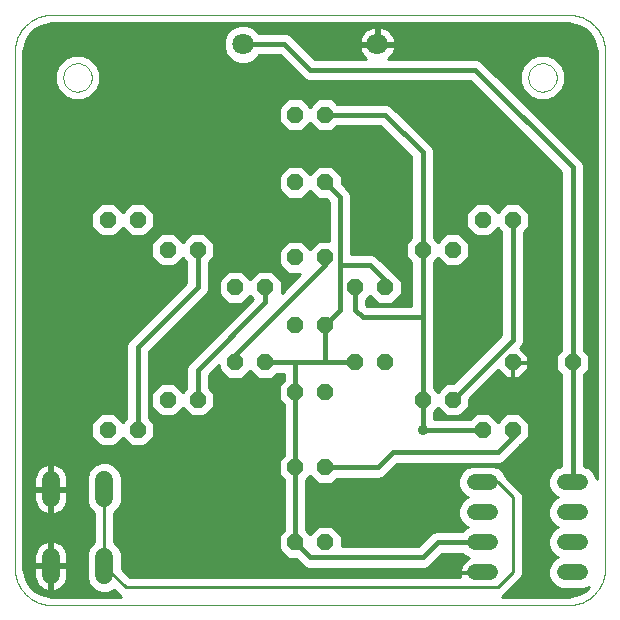
<source format=gbl>
G75*
G70*
%OFA0B0*%
%FSLAX24Y24*%
%IPPOS*%
%LPD*%
%AMOC8*
5,1,8,0,0,1.08239X$1,22.5*
%
%ADD10C,0.0000*%
%ADD11OC8,0.0520*%
%ADD12C,0.0520*%
%ADD13C,0.0600*%
%ADD14C,0.0709*%
%ADD15C,0.0160*%
%ADD16C,0.0357*%
%ADD17C,0.0100*%
D10*
X000559Y001809D02*
X000559Y018994D01*
X000561Y019062D01*
X000566Y019129D01*
X000575Y019196D01*
X000588Y019263D01*
X000605Y019328D01*
X000624Y019393D01*
X000648Y019457D01*
X000675Y019519D01*
X000705Y019580D01*
X000738Y019638D01*
X000774Y019695D01*
X000814Y019750D01*
X000856Y019803D01*
X000902Y019854D01*
X000949Y019901D01*
X001000Y019947D01*
X001053Y019989D01*
X001108Y020029D01*
X001165Y020065D01*
X001223Y020098D01*
X001284Y020128D01*
X001346Y020155D01*
X001410Y020179D01*
X001475Y020198D01*
X001540Y020215D01*
X001607Y020228D01*
X001674Y020237D01*
X001741Y020242D01*
X001809Y020244D01*
X018994Y020244D01*
X019062Y020242D01*
X019129Y020237D01*
X019196Y020228D01*
X019263Y020215D01*
X019328Y020198D01*
X019393Y020179D01*
X019457Y020155D01*
X019519Y020128D01*
X019580Y020098D01*
X019638Y020065D01*
X019695Y020029D01*
X019750Y019989D01*
X019803Y019947D01*
X019854Y019901D01*
X019901Y019854D01*
X019947Y019803D01*
X019989Y019750D01*
X020029Y019695D01*
X020065Y019638D01*
X020098Y019580D01*
X020128Y019519D01*
X020155Y019457D01*
X020179Y019393D01*
X020198Y019328D01*
X020215Y019263D01*
X020228Y019196D01*
X020237Y019129D01*
X020242Y019062D01*
X020244Y018994D01*
X020244Y001809D01*
X020242Y001741D01*
X020237Y001674D01*
X020228Y001607D01*
X020215Y001540D01*
X020198Y001475D01*
X020179Y001410D01*
X020155Y001346D01*
X020128Y001284D01*
X020098Y001223D01*
X020065Y001165D01*
X020029Y001108D01*
X019989Y001053D01*
X019947Y001000D01*
X019901Y000949D01*
X019854Y000902D01*
X019803Y000856D01*
X019750Y000814D01*
X019695Y000774D01*
X019638Y000738D01*
X019580Y000705D01*
X019519Y000675D01*
X019457Y000648D01*
X019393Y000624D01*
X019328Y000605D01*
X019263Y000588D01*
X019196Y000575D01*
X019129Y000566D01*
X019062Y000561D01*
X018994Y000559D01*
X001809Y000559D01*
X001741Y000561D01*
X001674Y000566D01*
X001607Y000575D01*
X001540Y000588D01*
X001475Y000605D01*
X001410Y000624D01*
X001346Y000648D01*
X001284Y000675D01*
X001223Y000705D01*
X001165Y000738D01*
X001108Y000774D01*
X001053Y000814D01*
X001000Y000856D01*
X000949Y000902D01*
X000902Y000949D01*
X000856Y001000D01*
X000814Y001053D01*
X000774Y001108D01*
X000738Y001165D01*
X000705Y001223D01*
X000675Y001284D01*
X000648Y001346D01*
X000624Y001410D01*
X000605Y001475D01*
X000588Y001540D01*
X000575Y001607D01*
X000566Y001674D01*
X000561Y001741D01*
X000559Y001809D01*
X002179Y018151D02*
X002181Y018194D01*
X002187Y018236D01*
X002197Y018278D01*
X002210Y018319D01*
X002227Y018359D01*
X002248Y018396D01*
X002272Y018432D01*
X002299Y018465D01*
X002329Y018496D01*
X002362Y018524D01*
X002397Y018549D01*
X002434Y018570D01*
X002473Y018588D01*
X002513Y018602D01*
X002555Y018613D01*
X002597Y018620D01*
X002640Y018623D01*
X002683Y018622D01*
X002726Y018617D01*
X002768Y018608D01*
X002809Y018596D01*
X002849Y018580D01*
X002887Y018560D01*
X002923Y018537D01*
X002957Y018510D01*
X002989Y018481D01*
X003017Y018449D01*
X003043Y018414D01*
X003065Y018378D01*
X003084Y018339D01*
X003099Y018299D01*
X003111Y018258D01*
X003119Y018215D01*
X003123Y018172D01*
X003123Y018130D01*
X003119Y018087D01*
X003111Y018044D01*
X003099Y018003D01*
X003084Y017963D01*
X003065Y017924D01*
X003043Y017888D01*
X003017Y017853D01*
X002989Y017821D01*
X002957Y017792D01*
X002923Y017765D01*
X002887Y017742D01*
X002849Y017722D01*
X002809Y017706D01*
X002768Y017694D01*
X002726Y017685D01*
X002683Y017680D01*
X002640Y017679D01*
X002597Y017682D01*
X002555Y017689D01*
X002513Y017700D01*
X002473Y017714D01*
X002434Y017732D01*
X002397Y017753D01*
X002362Y017778D01*
X002329Y017806D01*
X002299Y017837D01*
X002272Y017870D01*
X002248Y017906D01*
X002227Y017943D01*
X002210Y017983D01*
X002197Y018024D01*
X002187Y018066D01*
X002181Y018108D01*
X002179Y018151D01*
X017679Y018151D02*
X017681Y018194D01*
X017687Y018236D01*
X017697Y018278D01*
X017710Y018319D01*
X017727Y018359D01*
X017748Y018396D01*
X017772Y018432D01*
X017799Y018465D01*
X017829Y018496D01*
X017862Y018524D01*
X017897Y018549D01*
X017934Y018570D01*
X017973Y018588D01*
X018013Y018602D01*
X018055Y018613D01*
X018097Y018620D01*
X018140Y018623D01*
X018183Y018622D01*
X018226Y018617D01*
X018268Y018608D01*
X018309Y018596D01*
X018349Y018580D01*
X018387Y018560D01*
X018423Y018537D01*
X018457Y018510D01*
X018489Y018481D01*
X018517Y018449D01*
X018543Y018414D01*
X018565Y018378D01*
X018584Y018339D01*
X018599Y018299D01*
X018611Y018258D01*
X018619Y018215D01*
X018623Y018172D01*
X018623Y018130D01*
X018619Y018087D01*
X018611Y018044D01*
X018599Y018003D01*
X018584Y017963D01*
X018565Y017924D01*
X018543Y017888D01*
X018517Y017853D01*
X018489Y017821D01*
X018457Y017792D01*
X018423Y017765D01*
X018387Y017742D01*
X018349Y017722D01*
X018309Y017706D01*
X018268Y017694D01*
X018226Y017685D01*
X018183Y017680D01*
X018140Y017679D01*
X018097Y017682D01*
X018055Y017689D01*
X018013Y017700D01*
X017973Y017714D01*
X017934Y017732D01*
X017897Y017753D01*
X017862Y017778D01*
X017829Y017806D01*
X017799Y017837D01*
X017772Y017870D01*
X017748Y017906D01*
X017727Y017943D01*
X017710Y017983D01*
X017697Y018024D01*
X017687Y018066D01*
X017681Y018108D01*
X017679Y018151D01*
D11*
X017151Y013401D03*
X016151Y013401D03*
X015151Y012401D03*
X014151Y012401D03*
X012901Y011151D03*
X011901Y011151D03*
X010901Y012151D03*
X009901Y012151D03*
X008901Y011151D03*
X007901Y011151D03*
X006651Y012401D03*
X005651Y012401D03*
X004651Y013401D03*
X003651Y013401D03*
X007901Y008651D03*
X008901Y008651D03*
X009901Y007651D03*
X010901Y007651D03*
X011901Y008651D03*
X012901Y008651D03*
X014151Y007401D03*
X015151Y007401D03*
X016151Y006401D03*
X017151Y006401D03*
X017151Y008651D03*
X019151Y008651D03*
X010901Y009901D03*
X009901Y009901D03*
X006651Y007401D03*
X005651Y007401D03*
X004651Y006401D03*
X003651Y006401D03*
X009901Y005151D03*
X010901Y005151D03*
X010901Y002651D03*
X009901Y002651D03*
X009901Y014651D03*
X010901Y014651D03*
X010901Y016901D03*
X009901Y016901D03*
D12*
X015891Y004651D02*
X016411Y004651D01*
X016411Y003651D02*
X015891Y003651D01*
X015891Y002651D02*
X016411Y002651D01*
X016411Y001651D02*
X015891Y001651D01*
X018891Y001651D02*
X019411Y001651D01*
X019411Y002651D02*
X018891Y002651D01*
X018891Y003651D02*
X019411Y003651D01*
X019411Y004651D02*
X018891Y004651D01*
D13*
X003541Y004731D02*
X003541Y004131D01*
X001761Y004131D02*
X001761Y004731D01*
X001761Y002171D02*
X001761Y001571D01*
X003541Y001571D02*
X003541Y002171D01*
D14*
X008161Y019256D03*
X012641Y019256D03*
D15*
X010401Y018401D02*
X009547Y019256D01*
X008161Y019256D01*
X010401Y018401D02*
X015901Y018401D01*
X019151Y015151D01*
X019151Y008651D01*
X019151Y004651D01*
X017151Y006151D02*
X017151Y006401D01*
X017151Y006151D02*
X016651Y005651D01*
X013151Y005651D01*
X012651Y005151D01*
X010901Y005151D01*
X009901Y005151D02*
X009901Y007651D01*
X009901Y008651D01*
X008901Y008651D01*
X007901Y008651D02*
X007901Y008901D01*
X010901Y011901D01*
X010901Y012151D01*
X011401Y011901D02*
X012401Y011901D01*
X012901Y011401D01*
X012901Y011151D01*
X011901Y011151D02*
X011901Y010401D01*
X012151Y010151D01*
X014151Y010151D01*
X014151Y012401D01*
X014151Y015651D01*
X012901Y016901D01*
X010901Y016901D01*
X010901Y014651D02*
X011401Y014151D01*
X011401Y011901D01*
X011401Y010401D01*
X010901Y009901D01*
X010901Y008651D01*
X011901Y008651D01*
X010901Y008651D02*
X009901Y008651D01*
X008901Y010651D02*
X008901Y011151D01*
X008901Y010651D02*
X006651Y008401D01*
X006651Y007401D01*
X004651Y006401D02*
X004651Y009151D01*
X006651Y011151D01*
X006651Y012401D01*
X009901Y005151D02*
X009901Y002651D01*
X010401Y002151D01*
X014151Y002151D01*
X014651Y002651D01*
X016151Y002651D01*
X016151Y006401D02*
X014151Y006401D01*
X014151Y007401D01*
X014151Y010151D01*
X015151Y007401D02*
X017151Y009401D01*
X017151Y013401D01*
D16*
X014151Y006401D03*
D17*
X001422Y001138D02*
X001133Y001138D01*
X001047Y001224D02*
X000922Y001441D01*
X000857Y001683D01*
X000849Y001809D01*
X000849Y018936D01*
X000849Y018994D01*
X000857Y019119D01*
X000922Y019361D01*
X001047Y019578D01*
X001224Y019755D01*
X001441Y019881D01*
X001683Y019946D01*
X001809Y019954D01*
X018994Y019954D01*
X019119Y019946D01*
X019119Y019946D01*
X019361Y019881D01*
X019578Y019755D01*
X019755Y019578D01*
X019881Y019361D01*
X019946Y019119D01*
X019954Y018994D01*
X019954Y018936D01*
X019954Y004779D01*
X019877Y004963D01*
X019723Y005117D01*
X019521Y005201D01*
X019521Y008243D01*
X019701Y008423D01*
X019701Y008879D01*
X019521Y009059D01*
X019521Y015078D01*
X019521Y015225D01*
X019465Y015361D01*
X016215Y018611D01*
X016111Y018715D01*
X015975Y018771D01*
X013003Y018771D01*
X013035Y018795D01*
X013102Y018862D01*
X013158Y018939D01*
X013201Y019024D01*
X013231Y019114D01*
X013245Y019206D01*
X012692Y019206D01*
X012692Y019306D01*
X013245Y019306D01*
X013231Y019397D01*
X013201Y019488D01*
X013158Y019572D01*
X013102Y019649D01*
X013035Y019717D01*
X012958Y019772D01*
X012873Y019816D01*
X012783Y019845D01*
X012691Y019859D01*
X012691Y019306D01*
X012591Y019306D01*
X012591Y019859D01*
X012500Y019845D01*
X012409Y019816D01*
X012325Y019772D01*
X012248Y019717D01*
X012180Y019649D01*
X012125Y019572D01*
X012081Y019488D01*
X012052Y019397D01*
X012037Y019306D01*
X012591Y019306D01*
X012591Y019206D01*
X012037Y019206D01*
X012052Y019114D01*
X012081Y019024D01*
X012125Y018939D01*
X012180Y018862D01*
X012248Y018795D01*
X012280Y018771D01*
X010554Y018771D01*
X009861Y019465D01*
X009756Y019569D01*
X009621Y019626D01*
X008702Y019626D01*
X008526Y019802D01*
X008289Y019900D01*
X008033Y019900D01*
X007796Y019802D01*
X007615Y019621D01*
X007517Y019384D01*
X007517Y019127D01*
X007615Y018891D01*
X007796Y018709D01*
X008033Y018611D01*
X008289Y018611D01*
X008526Y018709D01*
X008702Y018886D01*
X009394Y018886D01*
X010192Y018088D01*
X003414Y018088D01*
X003414Y018000D02*
X003298Y017719D01*
X003083Y017505D01*
X002803Y017389D01*
X002500Y017389D01*
X002219Y017505D01*
X002005Y017719D01*
X001889Y018000D01*
X001889Y018303D01*
X002005Y018583D01*
X002219Y018798D01*
X002500Y018914D01*
X002803Y018914D01*
X003083Y018798D01*
X003298Y018583D01*
X003414Y018303D01*
X003414Y018000D01*
X003409Y017989D02*
X015790Y017989D01*
X015748Y018031D02*
X018781Y014998D01*
X018781Y009059D01*
X018601Y008879D01*
X018601Y008423D01*
X018781Y008243D01*
X018781Y005201D01*
X018580Y005117D01*
X018425Y004963D01*
X018341Y004761D01*
X018341Y004542D01*
X018425Y004340D01*
X018580Y004185D01*
X018661Y004151D01*
X018580Y004117D01*
X018425Y003963D01*
X018341Y003761D01*
X018341Y003542D01*
X018425Y003340D01*
X018580Y003185D01*
X018661Y003151D01*
X018580Y003117D01*
X018425Y002963D01*
X018341Y002761D01*
X018341Y002542D01*
X018425Y002340D01*
X018580Y002185D01*
X018661Y002151D01*
X018580Y002117D01*
X018425Y001963D01*
X018341Y001761D01*
X018341Y001542D01*
X018425Y001340D01*
X018580Y001185D01*
X018782Y001101D01*
X019521Y001101D01*
X019711Y001180D01*
X019578Y001047D01*
X019361Y000922D01*
X019119Y000857D01*
X018994Y000849D01*
X016809Y000849D01*
X016844Y000863D01*
X016939Y000959D01*
X017439Y001459D01*
X017491Y001584D01*
X017491Y001719D01*
X017491Y004219D01*
X017439Y004344D01*
X017344Y004439D01*
X016939Y004844D01*
X016918Y004865D01*
X016877Y004963D01*
X016723Y005117D01*
X016521Y005201D01*
X015782Y005201D01*
X015580Y005117D01*
X015425Y004963D01*
X015341Y004761D01*
X015341Y004542D01*
X015425Y004340D01*
X015580Y004185D01*
X015661Y004151D01*
X015580Y004117D01*
X015425Y003963D01*
X015341Y003761D01*
X015341Y003542D01*
X015425Y003340D01*
X015580Y003185D01*
X015661Y003151D01*
X015580Y003117D01*
X015483Y003021D01*
X014725Y003021D01*
X014578Y003021D01*
X014442Y002965D01*
X013998Y002521D01*
X011451Y002521D01*
X011451Y002879D01*
X011129Y003201D01*
X010673Y003201D01*
X010401Y002929D01*
X010271Y003059D01*
X010271Y004743D01*
X010401Y004873D01*
X010673Y004601D01*
X011129Y004601D01*
X011309Y004781D01*
X012578Y004781D01*
X012725Y004781D01*
X012861Y004838D01*
X013304Y005281D01*
X016578Y005281D01*
X016725Y005281D01*
X016861Y005338D01*
X017361Y005838D01*
X017374Y005851D01*
X017379Y005851D01*
X017701Y006173D01*
X017701Y006629D01*
X017379Y006951D01*
X016923Y006951D01*
X016651Y006679D01*
X016379Y006951D01*
X015923Y006951D01*
X015743Y006771D01*
X014521Y006771D01*
X014521Y006993D01*
X014651Y007123D01*
X014923Y006851D01*
X015379Y006851D01*
X015701Y007173D01*
X015701Y007428D01*
X016677Y008404D01*
X016940Y008141D01*
X017121Y008141D01*
X017121Y008621D01*
X017181Y008621D01*
X017181Y008141D01*
X017362Y008141D01*
X017661Y008440D01*
X017661Y008621D01*
X017181Y008621D01*
X017181Y008681D01*
X017661Y008681D01*
X017661Y008862D01*
X017398Y009125D01*
X017465Y009192D01*
X017521Y009328D01*
X017521Y009475D01*
X017521Y012993D01*
X017701Y013173D01*
X017701Y013629D01*
X017379Y013951D01*
X016923Y013951D01*
X016651Y013679D01*
X016379Y013951D01*
X015923Y013951D01*
X015601Y013629D01*
X015601Y013173D01*
X015923Y012851D01*
X016379Y012851D01*
X016651Y013123D01*
X016781Y012993D01*
X016781Y009554D01*
X015178Y007951D01*
X014923Y007951D01*
X014651Y007679D01*
X014521Y007809D01*
X014521Y010078D01*
X014521Y010225D01*
X014521Y011993D01*
X014651Y012123D01*
X014923Y011851D01*
X015379Y011851D01*
X015701Y012173D01*
X015701Y012629D01*
X015379Y012951D01*
X014923Y012951D01*
X014651Y012679D01*
X014521Y012809D01*
X014521Y015578D01*
X014521Y015725D01*
X014465Y015861D01*
X013111Y017215D01*
X012975Y017271D01*
X012828Y017271D01*
X011309Y017271D01*
X011129Y017451D01*
X010673Y017451D01*
X010401Y017179D01*
X010129Y017451D01*
X009673Y017451D01*
X009351Y017129D01*
X009351Y016673D01*
X009673Y016351D01*
X010129Y016351D01*
X010401Y016623D01*
X010673Y016351D01*
X011129Y016351D01*
X011309Y016531D01*
X012748Y016531D01*
X013781Y015498D01*
X013781Y012809D01*
X013601Y012629D01*
X013601Y012173D01*
X013781Y011993D01*
X013781Y010521D01*
X012304Y010521D01*
X012271Y010554D01*
X012271Y010743D01*
X012401Y010873D01*
X012673Y010601D01*
X013129Y010601D01*
X013451Y010923D01*
X013451Y011379D01*
X013129Y011701D01*
X013124Y011701D01*
X012715Y012111D01*
X012611Y012215D01*
X012475Y012271D01*
X011771Y012271D01*
X011771Y014225D01*
X011715Y014361D01*
X011611Y014465D01*
X011451Y014624D01*
X011451Y014879D01*
X011129Y015201D01*
X010673Y015201D01*
X010401Y014929D01*
X010129Y015201D01*
X009673Y015201D01*
X009351Y014879D01*
X009351Y014423D01*
X009673Y014101D01*
X010129Y014101D01*
X010401Y014373D01*
X010673Y014101D01*
X010928Y014101D01*
X011031Y013998D01*
X011031Y012701D01*
X010673Y012701D01*
X010401Y012429D01*
X010129Y012701D01*
X009673Y012701D01*
X009351Y012379D01*
X009351Y011923D01*
X009673Y011601D01*
X010078Y011601D01*
X009451Y010974D01*
X009451Y011379D01*
X009129Y011701D01*
X008673Y011701D01*
X008401Y011429D01*
X008129Y011701D01*
X007673Y011701D01*
X007351Y011379D01*
X007351Y010923D01*
X007673Y010601D01*
X008129Y010601D01*
X008401Y010873D01*
X008501Y010774D01*
X006338Y008611D01*
X006281Y008475D01*
X006281Y008328D01*
X006281Y007809D01*
X006151Y007679D01*
X005879Y007951D01*
X005423Y007951D01*
X005101Y007629D01*
X005101Y007173D01*
X005423Y006851D01*
X005879Y006851D01*
X006151Y007123D01*
X006423Y006851D01*
X006879Y006851D01*
X007201Y007173D01*
X007201Y007629D01*
X007021Y007809D01*
X007021Y008248D01*
X007351Y008578D01*
X007351Y008423D01*
X007673Y008101D01*
X008129Y008101D01*
X008401Y008373D01*
X008673Y008101D01*
X009129Y008101D01*
X009309Y008281D01*
X009531Y008281D01*
X009531Y008059D01*
X009351Y007879D01*
X009351Y007423D01*
X009531Y007243D01*
X009531Y005559D01*
X009351Y005379D01*
X009351Y004923D01*
X009531Y004743D01*
X009531Y003059D01*
X009351Y002879D01*
X009351Y002423D01*
X009673Y002101D01*
X009928Y002101D01*
X010192Y001838D01*
X010328Y001781D01*
X010475Y001781D01*
X014225Y001781D01*
X014361Y001838D01*
X014465Y001942D01*
X014804Y002281D01*
X015483Y002281D01*
X015580Y002185D01*
X015713Y002130D01*
X015695Y002124D01*
X014647Y002124D01*
X014745Y002222D02*
X015543Y002222D01*
X015624Y002087D02*
X015559Y002040D01*
X015502Y001983D01*
X015455Y001919D01*
X015419Y001847D01*
X015394Y001771D01*
X015381Y001691D01*
X015381Y001681D01*
X016121Y001681D01*
X016121Y001621D01*
X015381Y001621D01*
X015381Y001611D01*
X015394Y001532D01*
X015407Y001491D01*
X004402Y001491D01*
X004131Y001762D01*
X004131Y002289D01*
X004041Y002505D01*
X003881Y002666D01*
X003881Y003637D01*
X004041Y003797D01*
X004131Y004014D01*
X004131Y004849D01*
X004041Y005065D01*
X003875Y005231D01*
X003659Y005321D01*
X003424Y005321D01*
X003207Y005231D01*
X003041Y005065D01*
X002951Y004849D01*
X002951Y004014D01*
X003041Y003797D01*
X003201Y003637D01*
X003201Y002666D01*
X003041Y002505D01*
X002951Y002289D01*
X002951Y001454D01*
X003041Y001237D01*
X003207Y001071D01*
X003424Y000981D01*
X003659Y000981D01*
X003865Y001067D01*
X004069Y000863D01*
X004103Y000849D01*
X001866Y000849D01*
X001809Y000849D01*
X001683Y000857D01*
X001441Y000922D01*
X001224Y001047D01*
X001047Y001224D01*
X001040Y001237D02*
X001324Y001237D01*
X001342Y001213D02*
X001403Y001152D01*
X001473Y001101D01*
X001550Y001062D01*
X001632Y001035D01*
X001711Y001022D01*
X001711Y001821D01*
X001811Y001821D01*
X001811Y001022D01*
X001890Y001035D01*
X001972Y001062D01*
X002049Y001101D01*
X002120Y001152D01*
X002181Y001213D01*
X002232Y001283D01*
X002271Y001360D01*
X002298Y001442D01*
X002311Y001528D01*
X002311Y001821D01*
X001811Y001821D01*
X001811Y001921D01*
X002311Y001921D01*
X002311Y002215D01*
X002298Y002300D01*
X002271Y002382D01*
X002232Y002459D01*
X002181Y002530D01*
X002120Y002591D01*
X002049Y002642D01*
X001972Y002681D01*
X001890Y002708D01*
X001811Y002720D01*
X001811Y001921D01*
X001711Y001921D01*
X001711Y001821D01*
X001211Y001821D01*
X001211Y001528D01*
X001225Y001442D01*
X001252Y001360D01*
X001291Y001283D01*
X001342Y001213D01*
X001264Y001335D02*
X000983Y001335D01*
X000926Y001434D02*
X001228Y001434D01*
X001211Y001532D02*
X000897Y001532D01*
X000871Y001631D02*
X001211Y001631D01*
X001211Y001729D02*
X000854Y001729D01*
X000849Y001828D02*
X001711Y001828D01*
X001711Y001921D02*
X001211Y001921D01*
X001211Y002215D01*
X001225Y002300D01*
X001252Y002382D01*
X001291Y002459D01*
X001342Y002530D01*
X001403Y002591D01*
X001473Y002642D01*
X001550Y002681D01*
X001632Y002708D01*
X001711Y002720D01*
X001711Y001921D01*
X001711Y001927D02*
X001811Y001927D01*
X001811Y002025D02*
X001711Y002025D01*
X001711Y002124D02*
X001811Y002124D01*
X001811Y002222D02*
X001711Y002222D01*
X001711Y002321D02*
X001811Y002321D01*
X001811Y002419D02*
X001711Y002419D01*
X001711Y002518D02*
X001811Y002518D01*
X001811Y002616D02*
X001711Y002616D01*
X001711Y002715D02*
X001811Y002715D01*
X001845Y002715D02*
X003201Y002715D01*
X003201Y002813D02*
X000849Y002813D01*
X000849Y002715D02*
X001678Y002715D01*
X001438Y002616D02*
X000849Y002616D01*
X000849Y002518D02*
X001333Y002518D01*
X001270Y002419D02*
X000849Y002419D01*
X000849Y002321D02*
X001232Y002321D01*
X001212Y002222D02*
X000849Y002222D01*
X000849Y002124D02*
X001211Y002124D01*
X001211Y002025D02*
X000849Y002025D01*
X000849Y001927D02*
X001211Y001927D01*
X001711Y001729D02*
X001811Y001729D01*
X001811Y001631D02*
X001711Y001631D01*
X001711Y001532D02*
X001811Y001532D01*
X001811Y001434D02*
X001711Y001434D01*
X001711Y001335D02*
X001811Y001335D01*
X001811Y001237D02*
X001711Y001237D01*
X001711Y001138D02*
X001811Y001138D01*
X001811Y001040D02*
X001711Y001040D01*
X001618Y001040D02*
X001237Y001040D01*
X001408Y000941D02*
X003991Y000941D01*
X003892Y001040D02*
X003800Y001040D01*
X004261Y001151D02*
X003541Y001871D01*
X003541Y004431D01*
X004131Y004390D02*
X009531Y004390D01*
X009531Y004292D02*
X004131Y004292D01*
X004131Y004193D02*
X009531Y004193D01*
X009531Y004094D02*
X004131Y004094D01*
X004124Y003996D02*
X009531Y003996D01*
X009531Y003897D02*
X004083Y003897D01*
X004042Y003799D02*
X009531Y003799D01*
X009531Y003700D02*
X003945Y003700D01*
X003881Y003602D02*
X009531Y003602D01*
X009531Y003503D02*
X003881Y003503D01*
X003881Y003405D02*
X009531Y003405D01*
X009531Y003306D02*
X003881Y003306D01*
X003881Y003208D02*
X009531Y003208D01*
X009531Y003109D02*
X003881Y003109D01*
X003881Y003011D02*
X009483Y003011D01*
X009384Y002912D02*
X003881Y002912D01*
X003881Y002813D02*
X009351Y002813D01*
X009351Y002715D02*
X003881Y002715D01*
X003931Y002616D02*
X009351Y002616D01*
X009351Y002518D02*
X004029Y002518D01*
X004077Y002419D02*
X009355Y002419D01*
X009454Y002321D02*
X004118Y002321D01*
X004131Y002222D02*
X009553Y002222D01*
X009651Y002124D02*
X004131Y002124D01*
X004131Y002025D02*
X010004Y002025D01*
X010103Y001927D02*
X004131Y001927D01*
X004131Y001828D02*
X010215Y001828D01*
X010320Y003011D02*
X010483Y003011D01*
X010581Y003109D02*
X010271Y003109D01*
X010271Y003208D02*
X015557Y003208D01*
X015571Y003109D02*
X011221Y003109D01*
X011320Y003011D02*
X014552Y003011D01*
X014389Y002912D02*
X011418Y002912D01*
X011451Y002813D02*
X014290Y002813D01*
X014192Y002715D02*
X011451Y002715D01*
X011451Y002616D02*
X014093Y002616D01*
X014548Y002025D02*
X015544Y002025D01*
X015624Y002087D02*
X015695Y002124D01*
X015461Y001927D02*
X014450Y001927D01*
X014338Y001828D02*
X015412Y001828D01*
X015387Y001729D02*
X004164Y001729D01*
X004262Y001631D02*
X016121Y001631D01*
X016651Y001151D02*
X004261Y001151D01*
X004361Y001532D02*
X015394Y001532D01*
X016651Y001151D02*
X017151Y001651D01*
X017151Y004151D01*
X016651Y004651D01*
X016151Y004651D01*
X015727Y005178D02*
X013202Y005178D01*
X013103Y005080D02*
X015542Y005080D01*
X015444Y004981D02*
X013005Y004981D01*
X012906Y004883D02*
X015392Y004883D01*
X015351Y004784D02*
X012732Y004784D01*
X013300Y005277D02*
X018781Y005277D01*
X018781Y005376D02*
X016899Y005376D01*
X016997Y005474D02*
X018781Y005474D01*
X018781Y005573D02*
X017096Y005573D01*
X017194Y005671D02*
X018781Y005671D01*
X018781Y005770D02*
X017293Y005770D01*
X017396Y005868D02*
X018781Y005868D01*
X018781Y005967D02*
X017495Y005967D01*
X017593Y006065D02*
X018781Y006065D01*
X018781Y006164D02*
X017692Y006164D01*
X017701Y006262D02*
X018781Y006262D01*
X018781Y006361D02*
X017701Y006361D01*
X017701Y006460D02*
X018781Y006460D01*
X018781Y006558D02*
X017701Y006558D01*
X017674Y006657D02*
X018781Y006657D01*
X018781Y006755D02*
X017575Y006755D01*
X017477Y006854D02*
X018781Y006854D01*
X018781Y006952D02*
X015480Y006952D01*
X015381Y006854D02*
X015826Y006854D01*
X015579Y007051D02*
X018781Y007051D01*
X018781Y007149D02*
X015677Y007149D01*
X015701Y007248D02*
X018781Y007248D01*
X018781Y007346D02*
X015701Y007346D01*
X015718Y007445D02*
X018781Y007445D01*
X018781Y007544D02*
X015817Y007544D01*
X015915Y007642D02*
X018781Y007642D01*
X018781Y007741D02*
X016014Y007741D01*
X016112Y007839D02*
X018781Y007839D01*
X018781Y007938D02*
X016211Y007938D01*
X016309Y008036D02*
X018781Y008036D01*
X018781Y008135D02*
X016408Y008135D01*
X016506Y008233D02*
X016848Y008233D01*
X016749Y008332D02*
X016605Y008332D01*
X016051Y008825D02*
X014521Y008825D01*
X014521Y008923D02*
X016150Y008923D01*
X016248Y009022D02*
X014521Y009022D01*
X014521Y009120D02*
X016347Y009120D01*
X016446Y009219D02*
X014521Y009219D01*
X014521Y009317D02*
X016544Y009317D01*
X016643Y009416D02*
X014521Y009416D01*
X014521Y009514D02*
X016741Y009514D01*
X016781Y009613D02*
X014521Y009613D01*
X014521Y009711D02*
X016781Y009711D01*
X016781Y009810D02*
X014521Y009810D01*
X014521Y009909D02*
X016781Y009909D01*
X016781Y010007D02*
X014521Y010007D01*
X014521Y010106D02*
X016781Y010106D01*
X016781Y010204D02*
X014521Y010204D01*
X014521Y010303D02*
X016781Y010303D01*
X016781Y010401D02*
X014521Y010401D01*
X014521Y010500D02*
X016781Y010500D01*
X016781Y010598D02*
X014521Y010598D01*
X014521Y010697D02*
X016781Y010697D01*
X016781Y010795D02*
X014521Y010795D01*
X014521Y010894D02*
X016781Y010894D01*
X016781Y010993D02*
X014521Y010993D01*
X014521Y011091D02*
X016781Y011091D01*
X016781Y011190D02*
X014521Y011190D01*
X014521Y011288D02*
X016781Y011288D01*
X016781Y011387D02*
X014521Y011387D01*
X014521Y011485D02*
X016781Y011485D01*
X016781Y011584D02*
X014521Y011584D01*
X014521Y011682D02*
X016781Y011682D01*
X016781Y011781D02*
X014521Y011781D01*
X014521Y011879D02*
X014895Y011879D01*
X014797Y011978D02*
X014521Y011978D01*
X014604Y012076D02*
X014698Y012076D01*
X014739Y012766D02*
X014564Y012766D01*
X014521Y012865D02*
X014837Y012865D01*
X014521Y012963D02*
X015811Y012963D01*
X015910Y012865D02*
X015465Y012865D01*
X015564Y012766D02*
X016781Y012766D01*
X016781Y012668D02*
X015663Y012668D01*
X015701Y012569D02*
X016781Y012569D01*
X016781Y012471D02*
X015701Y012471D01*
X015701Y012372D02*
X016781Y012372D01*
X016781Y012274D02*
X015701Y012274D01*
X015701Y012175D02*
X016781Y012175D01*
X016781Y012076D02*
X015604Y012076D01*
X015506Y011978D02*
X016781Y011978D01*
X016781Y011879D02*
X015407Y011879D01*
X016393Y012865D02*
X016781Y012865D01*
X016781Y012963D02*
X016491Y012963D01*
X016590Y013062D02*
X016713Y013062D01*
X016724Y013752D02*
X016579Y013752D01*
X016480Y013850D02*
X016823Y013850D01*
X016921Y013949D02*
X016381Y013949D01*
X015921Y013949D02*
X014521Y013949D01*
X014521Y014047D02*
X018781Y014047D01*
X018781Y013949D02*
X017381Y013949D01*
X017480Y013850D02*
X018781Y013850D01*
X018781Y013752D02*
X017579Y013752D01*
X017677Y013653D02*
X018781Y013653D01*
X018781Y013555D02*
X017701Y013555D01*
X017701Y013456D02*
X018781Y013456D01*
X018781Y013358D02*
X017701Y013358D01*
X017701Y013259D02*
X018781Y013259D01*
X018781Y013160D02*
X017688Y013160D01*
X017590Y013062D02*
X018781Y013062D01*
X018781Y012963D02*
X017521Y012963D01*
X017521Y012865D02*
X018781Y012865D01*
X018781Y012766D02*
X017521Y012766D01*
X017521Y012668D02*
X018781Y012668D01*
X018781Y012569D02*
X017521Y012569D01*
X017521Y012471D02*
X018781Y012471D01*
X018781Y012372D02*
X017521Y012372D01*
X017521Y012274D02*
X018781Y012274D01*
X018781Y012175D02*
X017521Y012175D01*
X017521Y012076D02*
X018781Y012076D01*
X018781Y011978D02*
X017521Y011978D01*
X017521Y011879D02*
X018781Y011879D01*
X018781Y011781D02*
X017521Y011781D01*
X017521Y011682D02*
X018781Y011682D01*
X018781Y011584D02*
X017521Y011584D01*
X017521Y011485D02*
X018781Y011485D01*
X018781Y011387D02*
X017521Y011387D01*
X017521Y011288D02*
X018781Y011288D01*
X018781Y011190D02*
X017521Y011190D01*
X017521Y011091D02*
X018781Y011091D01*
X018781Y010993D02*
X017521Y010993D01*
X017521Y010894D02*
X018781Y010894D01*
X018781Y010795D02*
X017521Y010795D01*
X017521Y010697D02*
X018781Y010697D01*
X018781Y010598D02*
X017521Y010598D01*
X017521Y010500D02*
X018781Y010500D01*
X018781Y010401D02*
X017521Y010401D01*
X017521Y010303D02*
X018781Y010303D01*
X018781Y010204D02*
X017521Y010204D01*
X017521Y010106D02*
X018781Y010106D01*
X018781Y010007D02*
X017521Y010007D01*
X017521Y009909D02*
X018781Y009909D01*
X018781Y009810D02*
X017521Y009810D01*
X017521Y009711D02*
X018781Y009711D01*
X018781Y009613D02*
X017521Y009613D01*
X017521Y009514D02*
X018781Y009514D01*
X018781Y009416D02*
X017521Y009416D01*
X017517Y009317D02*
X018781Y009317D01*
X018781Y009219D02*
X017476Y009219D01*
X017404Y009120D02*
X018781Y009120D01*
X018744Y009022D02*
X017502Y009022D01*
X017601Y008923D02*
X018645Y008923D01*
X018601Y008825D02*
X017661Y008825D01*
X017661Y008726D02*
X018601Y008726D01*
X018601Y008627D02*
X017181Y008627D01*
X017181Y008529D02*
X017121Y008529D01*
X017121Y008430D02*
X017181Y008430D01*
X017181Y008332D02*
X017121Y008332D01*
X017121Y008233D02*
X017181Y008233D01*
X017455Y008233D02*
X018781Y008233D01*
X018693Y008332D02*
X017553Y008332D01*
X017652Y008430D02*
X018601Y008430D01*
X018601Y008529D02*
X017661Y008529D01*
X015953Y008726D02*
X014521Y008726D01*
X014521Y008627D02*
X015854Y008627D01*
X015756Y008529D02*
X014521Y008529D01*
X014521Y008430D02*
X015657Y008430D01*
X015559Y008332D02*
X014521Y008332D01*
X014521Y008233D02*
X015460Y008233D01*
X015362Y008135D02*
X014521Y008135D01*
X014521Y008036D02*
X015263Y008036D01*
X014910Y007938D02*
X014521Y007938D01*
X014521Y007839D02*
X014811Y007839D01*
X014713Y007741D02*
X014590Y007741D01*
X014579Y007051D02*
X014724Y007051D01*
X014822Y006952D02*
X014521Y006952D01*
X014521Y006854D02*
X014921Y006854D01*
X016477Y006854D02*
X016826Y006854D01*
X016727Y006755D02*
X016575Y006755D01*
X016576Y005178D02*
X018727Y005178D01*
X018542Y005080D02*
X016760Y005080D01*
X016859Y004981D02*
X018444Y004981D01*
X018392Y004883D02*
X016911Y004883D01*
X016999Y004784D02*
X018351Y004784D01*
X018341Y004686D02*
X017098Y004686D01*
X017196Y004587D02*
X018341Y004587D01*
X018363Y004489D02*
X017295Y004489D01*
X017393Y004390D02*
X018404Y004390D01*
X018473Y004292D02*
X017461Y004292D01*
X017491Y004193D02*
X018572Y004193D01*
X018557Y004094D02*
X017491Y004094D01*
X017491Y003996D02*
X018458Y003996D01*
X018398Y003897D02*
X017491Y003897D01*
X017491Y003799D02*
X018357Y003799D01*
X018341Y003700D02*
X017491Y003700D01*
X017491Y003602D02*
X018341Y003602D01*
X018357Y003503D02*
X017491Y003503D01*
X017491Y003405D02*
X018398Y003405D01*
X018459Y003306D02*
X017491Y003306D01*
X017491Y003208D02*
X018557Y003208D01*
X018571Y003109D02*
X017491Y003109D01*
X017491Y003011D02*
X018473Y003011D01*
X018404Y002912D02*
X017491Y002912D01*
X017491Y002813D02*
X018363Y002813D01*
X018341Y002715D02*
X017491Y002715D01*
X017491Y002616D02*
X018341Y002616D01*
X018351Y002518D02*
X017491Y002518D01*
X017491Y002419D02*
X018392Y002419D01*
X018444Y002321D02*
X017491Y002321D01*
X017491Y002222D02*
X018543Y002222D01*
X018595Y002124D02*
X017491Y002124D01*
X017491Y002025D02*
X018487Y002025D01*
X018410Y001927D02*
X017491Y001927D01*
X017491Y001828D02*
X018369Y001828D01*
X018341Y001729D02*
X017491Y001729D01*
X017491Y001631D02*
X018341Y001631D01*
X018345Y001532D02*
X017470Y001532D01*
X017415Y001434D02*
X018386Y001434D01*
X018429Y001335D02*
X017316Y001335D01*
X017218Y001237D02*
X018528Y001237D01*
X018693Y001138D02*
X017119Y001138D01*
X017020Y001040D02*
X019565Y001040D01*
X019610Y001138D02*
X019669Y001138D01*
X019395Y000941D02*
X016922Y000941D01*
X015459Y003306D02*
X010271Y003306D01*
X010271Y003405D02*
X015398Y003405D01*
X015357Y003503D02*
X010271Y003503D01*
X010271Y003602D02*
X015341Y003602D01*
X015341Y003700D02*
X010271Y003700D01*
X010271Y003799D02*
X015357Y003799D01*
X015398Y003897D02*
X010271Y003897D01*
X010271Y003996D02*
X015458Y003996D01*
X015557Y004094D02*
X010271Y004094D01*
X010271Y004193D02*
X015572Y004193D01*
X015473Y004292D02*
X010271Y004292D01*
X010271Y004390D02*
X015404Y004390D01*
X015363Y004489D02*
X010271Y004489D01*
X010271Y004587D02*
X015341Y004587D01*
X015341Y004686D02*
X011214Y004686D01*
X010589Y004686D02*
X010271Y004686D01*
X010312Y004784D02*
X010490Y004784D01*
X009531Y004686D02*
X004131Y004686D01*
X004131Y004784D02*
X009490Y004784D01*
X009392Y004883D02*
X004117Y004883D01*
X004076Y004981D02*
X009351Y004981D01*
X009351Y005080D02*
X004027Y005080D01*
X003928Y005178D02*
X009351Y005178D01*
X009351Y005277D02*
X003765Y005277D01*
X003317Y005277D02*
X001831Y005277D01*
X001811Y005277D02*
X001711Y005277D01*
X001711Y005280D02*
X001632Y005268D01*
X001550Y005241D01*
X001473Y005202D01*
X001403Y005151D01*
X001342Y005090D01*
X001291Y005019D01*
X001252Y004942D01*
X001225Y004860D01*
X001211Y004775D01*
X001211Y004481D01*
X001711Y004481D01*
X001711Y004381D01*
X001811Y004381D01*
X001811Y003582D01*
X001890Y003595D01*
X001972Y003622D01*
X002049Y003661D01*
X002120Y003712D01*
X002181Y003773D01*
X002232Y003843D01*
X002271Y003920D01*
X002298Y004002D01*
X002311Y004088D01*
X002311Y004381D01*
X001811Y004381D01*
X001811Y004481D01*
X002311Y004481D01*
X002311Y004775D01*
X002298Y004860D01*
X002271Y004942D01*
X002232Y005019D01*
X002181Y005090D01*
X002120Y005151D01*
X002049Y005202D01*
X001972Y005241D01*
X001890Y005268D01*
X001811Y005280D01*
X001811Y004481D01*
X001711Y004481D01*
X001711Y005280D01*
X001691Y005277D02*
X000849Y005277D01*
X000849Y005376D02*
X009351Y005376D01*
X009446Y005474D02*
X000849Y005474D01*
X000849Y005573D02*
X009531Y005573D01*
X009531Y005671D02*
X000849Y005671D01*
X000849Y005770D02*
X009531Y005770D01*
X009531Y005868D02*
X004896Y005868D01*
X004879Y005851D02*
X005201Y006173D01*
X005201Y006629D01*
X005021Y006809D01*
X005021Y008998D01*
X006861Y010838D01*
X006965Y010942D01*
X007021Y011078D01*
X007021Y011993D01*
X007201Y012173D01*
X007201Y012629D01*
X006879Y012951D01*
X006423Y012951D01*
X006151Y012679D01*
X005879Y012951D01*
X005423Y012951D01*
X005101Y012629D01*
X005101Y012173D01*
X005423Y011851D01*
X005879Y011851D01*
X006151Y012123D01*
X006281Y011993D01*
X006281Y011304D01*
X004338Y009361D01*
X004281Y009225D01*
X004281Y009078D01*
X004281Y006809D01*
X004151Y006679D01*
X003879Y006951D01*
X003423Y006951D01*
X003101Y006629D01*
X003101Y006173D01*
X003423Y005851D01*
X003879Y005851D01*
X004151Y006123D01*
X004423Y005851D01*
X004879Y005851D01*
X004995Y005967D02*
X009531Y005967D01*
X009531Y006065D02*
X005093Y006065D01*
X005192Y006164D02*
X009531Y006164D01*
X009531Y006262D02*
X005201Y006262D01*
X005201Y006361D02*
X009531Y006361D01*
X009531Y006460D02*
X005201Y006460D01*
X005201Y006558D02*
X009531Y006558D01*
X009531Y006657D02*
X005174Y006657D01*
X005075Y006755D02*
X009531Y006755D01*
X009531Y006854D02*
X006881Y006854D01*
X006980Y006952D02*
X009531Y006952D01*
X009531Y007051D02*
X007079Y007051D01*
X007177Y007149D02*
X009531Y007149D01*
X009527Y007248D02*
X007201Y007248D01*
X007201Y007346D02*
X009428Y007346D01*
X009351Y007445D02*
X007201Y007445D01*
X007201Y007544D02*
X009351Y007544D01*
X009351Y007642D02*
X007188Y007642D01*
X007090Y007741D02*
X009351Y007741D01*
X009351Y007839D02*
X007021Y007839D01*
X007021Y007938D02*
X009410Y007938D01*
X009508Y008036D02*
X007021Y008036D01*
X007021Y008135D02*
X007640Y008135D01*
X007541Y008233D02*
X007021Y008233D01*
X007105Y008332D02*
X007443Y008332D01*
X007351Y008430D02*
X007204Y008430D01*
X007302Y008529D02*
X007351Y008529D01*
X006847Y009120D02*
X005143Y009120D01*
X005045Y009022D02*
X006748Y009022D01*
X006650Y008923D02*
X005021Y008923D01*
X005021Y008825D02*
X006551Y008825D01*
X006453Y008726D02*
X005021Y008726D01*
X005021Y008627D02*
X006354Y008627D01*
X006304Y008529D02*
X005021Y008529D01*
X005021Y008430D02*
X006281Y008430D01*
X006281Y008332D02*
X005021Y008332D01*
X005021Y008233D02*
X006281Y008233D01*
X006281Y008135D02*
X005021Y008135D01*
X005021Y008036D02*
X006281Y008036D01*
X006281Y007938D02*
X005893Y007938D01*
X005991Y007839D02*
X006281Y007839D01*
X006213Y007741D02*
X006090Y007741D01*
X005410Y007938D02*
X005021Y007938D01*
X005021Y007839D02*
X005311Y007839D01*
X005213Y007741D02*
X005021Y007741D01*
X005021Y007642D02*
X005114Y007642D01*
X005101Y007544D02*
X005021Y007544D01*
X005021Y007445D02*
X005101Y007445D01*
X005101Y007346D02*
X005021Y007346D01*
X005021Y007248D02*
X005101Y007248D01*
X005125Y007149D02*
X005021Y007149D01*
X005021Y007051D02*
X005224Y007051D01*
X005322Y006952D02*
X005021Y006952D01*
X005021Y006854D02*
X005421Y006854D01*
X005881Y006854D02*
X006421Y006854D01*
X006322Y006952D02*
X005980Y006952D01*
X006079Y007051D02*
X006224Y007051D01*
X004406Y005868D02*
X003896Y005868D01*
X003995Y005967D02*
X004308Y005967D01*
X004209Y006065D02*
X004093Y006065D01*
X004075Y006755D02*
X004227Y006755D01*
X004281Y006854D02*
X003977Y006854D01*
X004281Y006952D02*
X000849Y006952D01*
X000849Y006854D02*
X003326Y006854D01*
X003227Y006755D02*
X000849Y006755D01*
X000849Y006657D02*
X003129Y006657D01*
X003101Y006558D02*
X000849Y006558D01*
X000849Y006460D02*
X003101Y006460D01*
X003101Y006361D02*
X000849Y006361D01*
X000849Y006262D02*
X003101Y006262D01*
X003111Y006164D02*
X000849Y006164D01*
X000849Y006065D02*
X003209Y006065D01*
X003308Y005967D02*
X000849Y005967D01*
X000849Y005868D02*
X003406Y005868D01*
X003154Y005178D02*
X002081Y005178D01*
X002188Y005080D02*
X003056Y005080D01*
X003006Y004981D02*
X002251Y004981D01*
X002290Y004883D02*
X002965Y004883D01*
X002951Y004784D02*
X002310Y004784D01*
X002311Y004686D02*
X002951Y004686D01*
X002951Y004587D02*
X002311Y004587D01*
X002311Y004489D02*
X002951Y004489D01*
X002951Y004390D02*
X001811Y004390D01*
X001811Y004292D02*
X001711Y004292D01*
X001711Y004381D02*
X001711Y003582D01*
X001632Y003595D01*
X001550Y003622D01*
X001473Y003661D01*
X001403Y003712D01*
X001342Y003773D01*
X001291Y003843D01*
X001252Y003920D01*
X001225Y004002D01*
X001211Y004088D01*
X001211Y004381D01*
X001711Y004381D01*
X001711Y004390D02*
X000849Y004390D01*
X000849Y004292D02*
X001211Y004292D01*
X001211Y004193D02*
X000849Y004193D01*
X000849Y004094D02*
X001211Y004094D01*
X001227Y003996D02*
X000849Y003996D01*
X000849Y003897D02*
X001263Y003897D01*
X001323Y003799D02*
X000849Y003799D01*
X000849Y003700D02*
X001419Y003700D01*
X001611Y003602D02*
X000849Y003602D01*
X000849Y003503D02*
X003201Y003503D01*
X003201Y003405D02*
X000849Y003405D01*
X000849Y003306D02*
X003201Y003306D01*
X003201Y003208D02*
X000849Y003208D01*
X000849Y003109D02*
X003201Y003109D01*
X003201Y003011D02*
X000849Y003011D01*
X000849Y002912D02*
X003201Y002912D01*
X003152Y002616D02*
X002084Y002616D01*
X002189Y002518D02*
X003053Y002518D01*
X003005Y002419D02*
X002252Y002419D01*
X002291Y002321D02*
X002965Y002321D01*
X002951Y002222D02*
X002310Y002222D01*
X002311Y002124D02*
X002951Y002124D01*
X002951Y002025D02*
X002311Y002025D01*
X002311Y001927D02*
X002951Y001927D01*
X002951Y001828D02*
X001811Y001828D01*
X002258Y001335D02*
X003000Y001335D01*
X003041Y001237D02*
X002198Y001237D01*
X002101Y001138D02*
X003140Y001138D01*
X003283Y001040D02*
X001905Y001040D01*
X002295Y001434D02*
X002960Y001434D01*
X002951Y001532D02*
X002311Y001532D01*
X002311Y001631D02*
X002951Y001631D01*
X002951Y001729D02*
X002311Y001729D01*
X001911Y003602D02*
X003201Y003602D01*
X003138Y003700D02*
X002104Y003700D01*
X002200Y003799D02*
X003040Y003799D01*
X002999Y003897D02*
X002259Y003897D01*
X002296Y003996D02*
X002959Y003996D01*
X002951Y004094D02*
X002311Y004094D01*
X002311Y004193D02*
X002951Y004193D01*
X002951Y004292D02*
X002311Y004292D01*
X001811Y004193D02*
X001711Y004193D01*
X001711Y004094D02*
X001811Y004094D01*
X001811Y003996D02*
X001711Y003996D01*
X001711Y003897D02*
X001811Y003897D01*
X001811Y003799D02*
X001711Y003799D01*
X001711Y003700D02*
X001811Y003700D01*
X001811Y003602D02*
X001711Y003602D01*
X001711Y004489D02*
X001811Y004489D01*
X001811Y004587D02*
X001711Y004587D01*
X001711Y004686D02*
X001811Y004686D01*
X001811Y004784D02*
X001711Y004784D01*
X001711Y004883D02*
X001811Y004883D01*
X001811Y004981D02*
X001711Y004981D01*
X001711Y005080D02*
X001811Y005080D01*
X001811Y005178D02*
X001711Y005178D01*
X001441Y005178D02*
X000849Y005178D01*
X000849Y005080D02*
X001335Y005080D01*
X001271Y004981D02*
X000849Y004981D01*
X000849Y004883D02*
X001232Y004883D01*
X001213Y004784D02*
X000849Y004784D01*
X000849Y004686D02*
X001211Y004686D01*
X001211Y004587D02*
X000849Y004587D01*
X000849Y004489D02*
X001211Y004489D01*
X000849Y007051D02*
X004281Y007051D01*
X004281Y007149D02*
X000849Y007149D01*
X000849Y007248D02*
X004281Y007248D01*
X004281Y007346D02*
X000849Y007346D01*
X000849Y007445D02*
X004281Y007445D01*
X004281Y007544D02*
X000849Y007544D01*
X000849Y007642D02*
X004281Y007642D01*
X004281Y007741D02*
X000849Y007741D01*
X000849Y007839D02*
X004281Y007839D01*
X004281Y007938D02*
X000849Y007938D01*
X000849Y008036D02*
X004281Y008036D01*
X004281Y008135D02*
X000849Y008135D01*
X000849Y008233D02*
X004281Y008233D01*
X004281Y008332D02*
X000849Y008332D01*
X000849Y008430D02*
X004281Y008430D01*
X004281Y008529D02*
X000849Y008529D01*
X000849Y008627D02*
X004281Y008627D01*
X004281Y008726D02*
X000849Y008726D01*
X000849Y008825D02*
X004281Y008825D01*
X004281Y008923D02*
X000849Y008923D01*
X000849Y009022D02*
X004281Y009022D01*
X004281Y009120D02*
X000849Y009120D01*
X000849Y009219D02*
X004281Y009219D01*
X004320Y009317D02*
X000849Y009317D01*
X000849Y009416D02*
X004393Y009416D01*
X004491Y009514D02*
X000849Y009514D01*
X000849Y009613D02*
X004590Y009613D01*
X004688Y009711D02*
X000849Y009711D01*
X000849Y009810D02*
X004787Y009810D01*
X004885Y009909D02*
X000849Y009909D01*
X000849Y010007D02*
X004984Y010007D01*
X005082Y010106D02*
X000849Y010106D01*
X000849Y010204D02*
X005181Y010204D01*
X005279Y010303D02*
X000849Y010303D01*
X000849Y010401D02*
X005378Y010401D01*
X005477Y010500D02*
X000849Y010500D01*
X000849Y010598D02*
X005575Y010598D01*
X005674Y010697D02*
X000849Y010697D01*
X000849Y010795D02*
X005772Y010795D01*
X005871Y010894D02*
X000849Y010894D01*
X000849Y010993D02*
X005969Y010993D01*
X006068Y011091D02*
X000849Y011091D01*
X000849Y011190D02*
X006166Y011190D01*
X006265Y011288D02*
X000849Y011288D01*
X000849Y011387D02*
X006281Y011387D01*
X006281Y011485D02*
X000849Y011485D01*
X000849Y011584D02*
X006281Y011584D01*
X006281Y011682D02*
X000849Y011682D01*
X000849Y011781D02*
X006281Y011781D01*
X006281Y011879D02*
X005907Y011879D01*
X006006Y011978D02*
X006281Y011978D01*
X006198Y012076D02*
X006104Y012076D01*
X006064Y012766D02*
X006239Y012766D01*
X006337Y012865D02*
X005965Y012865D01*
X005337Y012865D02*
X004893Y012865D01*
X004879Y012851D02*
X005201Y013173D01*
X005201Y013629D01*
X004879Y013951D01*
X004423Y013951D01*
X004151Y013679D01*
X003879Y013951D01*
X003423Y013951D01*
X003101Y013629D01*
X003101Y013173D01*
X003423Y012851D01*
X003879Y012851D01*
X004151Y013123D01*
X004423Y012851D01*
X004879Y012851D01*
X004991Y012963D02*
X011031Y012963D01*
X011031Y012865D02*
X006965Y012865D01*
X007064Y012766D02*
X011031Y012766D01*
X011031Y013062D02*
X005090Y013062D01*
X005188Y013160D02*
X011031Y013160D01*
X011031Y013259D02*
X005201Y013259D01*
X005201Y013358D02*
X011031Y013358D01*
X011031Y013456D02*
X005201Y013456D01*
X005201Y013555D02*
X011031Y013555D01*
X011031Y013653D02*
X005177Y013653D01*
X005079Y013752D02*
X011031Y013752D01*
X011031Y013850D02*
X004980Y013850D01*
X004881Y013949D02*
X011031Y013949D01*
X010982Y014047D02*
X000849Y014047D01*
X000849Y013949D02*
X003421Y013949D01*
X003322Y013850D02*
X000849Y013850D01*
X000849Y013752D02*
X003224Y013752D01*
X003125Y013653D02*
X000849Y013653D01*
X000849Y013555D02*
X003101Y013555D01*
X003101Y013456D02*
X000849Y013456D01*
X000849Y013358D02*
X003101Y013358D01*
X003101Y013259D02*
X000849Y013259D01*
X000849Y013160D02*
X003114Y013160D01*
X003213Y013062D02*
X000849Y013062D01*
X000849Y012963D02*
X003311Y012963D01*
X003410Y012865D02*
X000849Y012865D01*
X000849Y012766D02*
X005239Y012766D01*
X005140Y012668D02*
X000849Y012668D01*
X000849Y012569D02*
X005101Y012569D01*
X005101Y012471D02*
X000849Y012471D01*
X000849Y012372D02*
X005101Y012372D01*
X005101Y012274D02*
X000849Y012274D01*
X000849Y012175D02*
X005101Y012175D01*
X005198Y012076D02*
X000849Y012076D01*
X000849Y011978D02*
X005297Y011978D01*
X005395Y011879D02*
X000849Y011879D01*
X000849Y014146D02*
X009629Y014146D01*
X009530Y014244D02*
X000849Y014244D01*
X000849Y014343D02*
X009432Y014343D01*
X009351Y014442D02*
X000849Y014442D01*
X000849Y014540D02*
X009351Y014540D01*
X009351Y014639D02*
X000849Y014639D01*
X000849Y014737D02*
X009351Y014737D01*
X009351Y014836D02*
X000849Y014836D01*
X000849Y014934D02*
X009406Y014934D01*
X009505Y015033D02*
X000849Y015033D01*
X000849Y015131D02*
X009604Y015131D01*
X010199Y015131D02*
X010604Y015131D01*
X010505Y015033D02*
X010297Y015033D01*
X010396Y014934D02*
X010406Y014934D01*
X010432Y014343D02*
X010371Y014343D01*
X010272Y014244D02*
X010530Y014244D01*
X010629Y014146D02*
X010174Y014146D01*
X011199Y015131D02*
X013781Y015131D01*
X013781Y015033D02*
X011297Y015033D01*
X011396Y014934D02*
X013781Y014934D01*
X013781Y014836D02*
X011451Y014836D01*
X011451Y014737D02*
X013781Y014737D01*
X013781Y014639D02*
X011451Y014639D01*
X011536Y014540D02*
X013781Y014540D01*
X013781Y014442D02*
X011634Y014442D01*
X011611Y014465D02*
X011611Y014465D01*
X011722Y014343D02*
X013781Y014343D01*
X013781Y014244D02*
X011763Y014244D01*
X011771Y014146D02*
X013781Y014146D01*
X013781Y014047D02*
X011771Y014047D01*
X011771Y013949D02*
X013781Y013949D01*
X013781Y013850D02*
X011771Y013850D01*
X011771Y013752D02*
X013781Y013752D01*
X013781Y013653D02*
X011771Y013653D01*
X011771Y013555D02*
X013781Y013555D01*
X013781Y013456D02*
X011771Y013456D01*
X011771Y013358D02*
X013781Y013358D01*
X013781Y013259D02*
X011771Y013259D01*
X011771Y013160D02*
X013781Y013160D01*
X013781Y013062D02*
X011771Y013062D01*
X011771Y012963D02*
X013781Y012963D01*
X013781Y012865D02*
X011771Y012865D01*
X011771Y012766D02*
X013739Y012766D01*
X013640Y012668D02*
X011771Y012668D01*
X011771Y012569D02*
X013601Y012569D01*
X013601Y012471D02*
X011771Y012471D01*
X011771Y012372D02*
X013601Y012372D01*
X013601Y012274D02*
X011771Y012274D01*
X012651Y012175D02*
X013601Y012175D01*
X013698Y012076D02*
X012749Y012076D01*
X012715Y012111D02*
X012715Y012111D01*
X012848Y011978D02*
X013781Y011978D01*
X013781Y011879D02*
X012946Y011879D01*
X013045Y011781D02*
X013781Y011781D01*
X013781Y011682D02*
X013148Y011682D01*
X013246Y011584D02*
X013781Y011584D01*
X013781Y011485D02*
X013345Y011485D01*
X013444Y011387D02*
X013781Y011387D01*
X013781Y011288D02*
X013451Y011288D01*
X013451Y011190D02*
X013781Y011190D01*
X013781Y011091D02*
X013451Y011091D01*
X013451Y010993D02*
X013781Y010993D01*
X013781Y010894D02*
X013422Y010894D01*
X013323Y010795D02*
X013781Y010795D01*
X013781Y010697D02*
X013225Y010697D01*
X013781Y010598D02*
X012271Y010598D01*
X012271Y010697D02*
X012578Y010697D01*
X012479Y010795D02*
X012323Y010795D01*
X010541Y012569D02*
X010261Y012569D01*
X010360Y012471D02*
X010443Y012471D01*
X010640Y012668D02*
X010163Y012668D01*
X009640Y012668D02*
X007163Y012668D01*
X007201Y012569D02*
X009541Y012569D01*
X009443Y012471D02*
X007201Y012471D01*
X007201Y012372D02*
X009351Y012372D01*
X009351Y012274D02*
X007201Y012274D01*
X007201Y012175D02*
X009351Y012175D01*
X009351Y012076D02*
X007104Y012076D01*
X007021Y011978D02*
X009351Y011978D01*
X009395Y011879D02*
X007021Y011879D01*
X007021Y011781D02*
X009494Y011781D01*
X009592Y011682D02*
X009148Y011682D01*
X009246Y011584D02*
X010061Y011584D01*
X009962Y011485D02*
X009345Y011485D01*
X009444Y011387D02*
X009864Y011387D01*
X009765Y011288D02*
X009451Y011288D01*
X009451Y011190D02*
X009666Y011190D01*
X009568Y011091D02*
X009451Y011091D01*
X009451Y010993D02*
X009469Y010993D01*
X008655Y011682D02*
X008148Y011682D01*
X008246Y011584D02*
X008556Y011584D01*
X008457Y011485D02*
X008345Y011485D01*
X008323Y010795D02*
X008479Y010795D01*
X008424Y010697D02*
X008225Y010697D01*
X008325Y010598D02*
X006622Y010598D01*
X006720Y010697D02*
X007578Y010697D01*
X007479Y010795D02*
X006819Y010795D01*
X006917Y010894D02*
X007381Y010894D01*
X007351Y010993D02*
X006986Y010993D01*
X007021Y011091D02*
X007351Y011091D01*
X007351Y011190D02*
X007021Y011190D01*
X007021Y011288D02*
X007351Y011288D01*
X007359Y011387D02*
X007021Y011387D01*
X007021Y011485D02*
X007457Y011485D01*
X007556Y011584D02*
X007021Y011584D01*
X007021Y011682D02*
X007655Y011682D01*
X008227Y010500D02*
X006523Y010500D01*
X006424Y010401D02*
X008128Y010401D01*
X008029Y010303D02*
X006326Y010303D01*
X006227Y010204D02*
X007931Y010204D01*
X007832Y010106D02*
X006129Y010106D01*
X006030Y010007D02*
X007734Y010007D01*
X007635Y009909D02*
X005932Y009909D01*
X005833Y009810D02*
X007537Y009810D01*
X007438Y009711D02*
X005735Y009711D01*
X005636Y009613D02*
X007340Y009613D01*
X007241Y009514D02*
X005538Y009514D01*
X005439Y009416D02*
X007143Y009416D01*
X007044Y009317D02*
X005341Y009317D01*
X005242Y009219D02*
X006946Y009219D01*
X008163Y008135D02*
X008640Y008135D01*
X008541Y008233D02*
X008261Y008233D01*
X008360Y008332D02*
X008443Y008332D01*
X009163Y008135D02*
X009531Y008135D01*
X009531Y008233D02*
X009261Y008233D01*
X009531Y004587D02*
X004131Y004587D01*
X004131Y004489D02*
X009531Y004489D01*
X004410Y012865D02*
X003893Y012865D01*
X003991Y012963D02*
X004311Y012963D01*
X004213Y013062D02*
X004090Y013062D01*
X004079Y013752D02*
X004224Y013752D01*
X004323Y013850D02*
X003980Y013850D01*
X003881Y013949D02*
X004421Y013949D01*
X002825Y017398D02*
X009620Y017398D01*
X009521Y017299D02*
X000849Y017299D01*
X000849Y017201D02*
X009423Y017201D01*
X009351Y017102D02*
X000849Y017102D01*
X000849Y017004D02*
X009351Y017004D01*
X009351Y016905D02*
X000849Y016905D01*
X000849Y016807D02*
X009351Y016807D01*
X009351Y016708D02*
X000849Y016708D01*
X000849Y016609D02*
X009415Y016609D01*
X009514Y016511D02*
X000849Y016511D01*
X000849Y016412D02*
X009612Y016412D01*
X010190Y016412D02*
X010612Y016412D01*
X010514Y016511D02*
X010289Y016511D01*
X010387Y016609D02*
X010415Y016609D01*
X010423Y017201D02*
X010380Y017201D01*
X010281Y017299D02*
X010522Y017299D01*
X010620Y017398D02*
X010182Y017398D01*
X010328Y018031D02*
X010475Y018031D01*
X015748Y018031D01*
X015889Y017891D02*
X003369Y017891D01*
X003328Y017792D02*
X015987Y017792D01*
X016086Y017693D02*
X003272Y017693D01*
X003173Y017595D02*
X016184Y017595D01*
X016283Y017496D02*
X003063Y017496D01*
X002478Y017398D02*
X000849Y017398D01*
X000849Y017496D02*
X002240Y017496D01*
X002129Y017595D02*
X000849Y017595D01*
X000849Y017693D02*
X002031Y017693D01*
X001975Y017792D02*
X000849Y017792D01*
X000849Y017891D02*
X001934Y017891D01*
X001893Y017989D02*
X000849Y017989D01*
X000849Y018088D02*
X001889Y018088D01*
X001889Y018186D02*
X000849Y018186D01*
X000849Y018285D02*
X001889Y018285D01*
X001922Y018383D02*
X000849Y018383D01*
X000849Y018482D02*
X001963Y018482D01*
X002004Y018580D02*
X000849Y018580D01*
X000849Y018679D02*
X002101Y018679D01*
X002199Y018777D02*
X000849Y018777D01*
X000849Y018876D02*
X002409Y018876D01*
X002894Y018876D02*
X007629Y018876D01*
X007580Y018975D02*
X000849Y018975D01*
X000854Y019073D02*
X007539Y019073D01*
X007517Y019172D02*
X000871Y019172D01*
X000897Y019270D02*
X007517Y019270D01*
X007517Y019369D02*
X000926Y019369D01*
X000983Y019467D02*
X007551Y019467D01*
X007592Y019566D02*
X001040Y019566D01*
X001133Y019664D02*
X007659Y019664D01*
X007757Y019763D02*
X001237Y019763D01*
X001408Y019861D02*
X007940Y019861D01*
X008382Y019861D02*
X019395Y019861D01*
X019565Y019763D02*
X012971Y019763D01*
X013087Y019664D02*
X019669Y019664D01*
X019763Y019566D02*
X013162Y019566D01*
X013208Y019467D02*
X019819Y019467D01*
X019876Y019369D02*
X013235Y019369D01*
X013240Y019172D02*
X019931Y019172D01*
X019949Y019073D02*
X013217Y019073D01*
X013176Y018975D02*
X019954Y018975D01*
X019954Y018876D02*
X018394Y018876D01*
X018303Y018914D02*
X018000Y018914D01*
X017719Y018798D01*
X017505Y018583D01*
X017389Y018303D01*
X017389Y018000D01*
X017505Y017719D01*
X017719Y017505D01*
X018000Y017389D01*
X018303Y017389D01*
X018583Y017505D01*
X018798Y017719D01*
X018914Y018000D01*
X018914Y018303D01*
X018798Y018583D01*
X018583Y018798D01*
X018303Y018914D01*
X017909Y018876D02*
X013113Y018876D01*
X013011Y018777D02*
X017699Y018777D01*
X017601Y018679D02*
X016147Y018679D01*
X016245Y018580D02*
X017504Y018580D01*
X017463Y018482D02*
X016344Y018482D01*
X016442Y018383D02*
X017422Y018383D01*
X017389Y018285D02*
X016541Y018285D01*
X016640Y018186D02*
X017389Y018186D01*
X017389Y018088D02*
X016738Y018088D01*
X016837Y017989D02*
X017393Y017989D01*
X017434Y017891D02*
X016935Y017891D01*
X017034Y017792D02*
X017475Y017792D01*
X017531Y017693D02*
X017132Y017693D01*
X017231Y017595D02*
X017629Y017595D01*
X017740Y017496D02*
X017329Y017496D01*
X017428Y017398D02*
X017978Y017398D01*
X017724Y017102D02*
X019954Y017102D01*
X019954Y017004D02*
X017822Y017004D01*
X017921Y016905D02*
X019954Y016905D01*
X019954Y016807D02*
X018019Y016807D01*
X018118Y016708D02*
X019954Y016708D01*
X019954Y016609D02*
X018216Y016609D01*
X018315Y016511D02*
X019954Y016511D01*
X019954Y016412D02*
X018413Y016412D01*
X018512Y016314D02*
X019954Y016314D01*
X019954Y016215D02*
X018610Y016215D01*
X018709Y016117D02*
X019954Y016117D01*
X019954Y016018D02*
X018807Y016018D01*
X018906Y015920D02*
X019954Y015920D01*
X019954Y015821D02*
X019005Y015821D01*
X019103Y015723D02*
X019954Y015723D01*
X019954Y015624D02*
X019202Y015624D01*
X019300Y015526D02*
X019954Y015526D01*
X019954Y015427D02*
X019399Y015427D01*
X019478Y015328D02*
X019954Y015328D01*
X019954Y015230D02*
X019519Y015230D01*
X019521Y015131D02*
X019954Y015131D01*
X019954Y015033D02*
X019521Y015033D01*
X019521Y014934D02*
X019954Y014934D01*
X019954Y014836D02*
X019521Y014836D01*
X019521Y014737D02*
X019954Y014737D01*
X019954Y014639D02*
X019521Y014639D01*
X019521Y014540D02*
X019954Y014540D01*
X019954Y014442D02*
X019521Y014442D01*
X019521Y014343D02*
X019954Y014343D01*
X019954Y014244D02*
X019521Y014244D01*
X019521Y014146D02*
X019954Y014146D01*
X019954Y014047D02*
X019521Y014047D01*
X019521Y013949D02*
X019954Y013949D01*
X019954Y013850D02*
X019521Y013850D01*
X019521Y013752D02*
X019954Y013752D01*
X019954Y013653D02*
X019521Y013653D01*
X019521Y013555D02*
X019954Y013555D01*
X019954Y013456D02*
X019521Y013456D01*
X019521Y013358D02*
X019954Y013358D01*
X019954Y013259D02*
X019521Y013259D01*
X019521Y013160D02*
X019954Y013160D01*
X019954Y013062D02*
X019521Y013062D01*
X019521Y012963D02*
X019954Y012963D01*
X019954Y012865D02*
X019521Y012865D01*
X019521Y012766D02*
X019954Y012766D01*
X019954Y012668D02*
X019521Y012668D01*
X019521Y012569D02*
X019954Y012569D01*
X019954Y012471D02*
X019521Y012471D01*
X019521Y012372D02*
X019954Y012372D01*
X019954Y012274D02*
X019521Y012274D01*
X019521Y012175D02*
X019954Y012175D01*
X019954Y012076D02*
X019521Y012076D01*
X019521Y011978D02*
X019954Y011978D01*
X019954Y011879D02*
X019521Y011879D01*
X019521Y011781D02*
X019954Y011781D01*
X019954Y011682D02*
X019521Y011682D01*
X019521Y011584D02*
X019954Y011584D01*
X019954Y011485D02*
X019521Y011485D01*
X019521Y011387D02*
X019954Y011387D01*
X019954Y011288D02*
X019521Y011288D01*
X019521Y011190D02*
X019954Y011190D01*
X019954Y011091D02*
X019521Y011091D01*
X019521Y010993D02*
X019954Y010993D01*
X019954Y010894D02*
X019521Y010894D01*
X019521Y010795D02*
X019954Y010795D01*
X019954Y010697D02*
X019521Y010697D01*
X019521Y010598D02*
X019954Y010598D01*
X019954Y010500D02*
X019521Y010500D01*
X019521Y010401D02*
X019954Y010401D01*
X019954Y010303D02*
X019521Y010303D01*
X019521Y010204D02*
X019954Y010204D01*
X019954Y010106D02*
X019521Y010106D01*
X019521Y010007D02*
X019954Y010007D01*
X019954Y009909D02*
X019521Y009909D01*
X019521Y009810D02*
X019954Y009810D01*
X019954Y009711D02*
X019521Y009711D01*
X019521Y009613D02*
X019954Y009613D01*
X019954Y009514D02*
X019521Y009514D01*
X019521Y009416D02*
X019954Y009416D01*
X019954Y009317D02*
X019521Y009317D01*
X019521Y009219D02*
X019954Y009219D01*
X019954Y009120D02*
X019521Y009120D01*
X019559Y009022D02*
X019954Y009022D01*
X019954Y008923D02*
X019657Y008923D01*
X019701Y008825D02*
X019954Y008825D01*
X019954Y008726D02*
X019701Y008726D01*
X019701Y008627D02*
X019954Y008627D01*
X019954Y008529D02*
X019701Y008529D01*
X019701Y008430D02*
X019954Y008430D01*
X019954Y008332D02*
X019610Y008332D01*
X019521Y008233D02*
X019954Y008233D01*
X019954Y008135D02*
X019521Y008135D01*
X019521Y008036D02*
X019954Y008036D01*
X019954Y007938D02*
X019521Y007938D01*
X019521Y007839D02*
X019954Y007839D01*
X019954Y007741D02*
X019521Y007741D01*
X019521Y007642D02*
X019954Y007642D01*
X019954Y007544D02*
X019521Y007544D01*
X019521Y007445D02*
X019954Y007445D01*
X019954Y007346D02*
X019521Y007346D01*
X019521Y007248D02*
X019954Y007248D01*
X019954Y007149D02*
X019521Y007149D01*
X019521Y007051D02*
X019954Y007051D01*
X019954Y006952D02*
X019521Y006952D01*
X019521Y006854D02*
X019954Y006854D01*
X019954Y006755D02*
X019521Y006755D01*
X019521Y006657D02*
X019954Y006657D01*
X019954Y006558D02*
X019521Y006558D01*
X019521Y006460D02*
X019954Y006460D01*
X019954Y006361D02*
X019521Y006361D01*
X019521Y006262D02*
X019954Y006262D01*
X019954Y006164D02*
X019521Y006164D01*
X019521Y006065D02*
X019954Y006065D01*
X019954Y005967D02*
X019521Y005967D01*
X019521Y005868D02*
X019954Y005868D01*
X019954Y005770D02*
X019521Y005770D01*
X019521Y005671D02*
X019954Y005671D01*
X019954Y005573D02*
X019521Y005573D01*
X019521Y005474D02*
X019954Y005474D01*
X019954Y005376D02*
X019521Y005376D01*
X019521Y005277D02*
X019954Y005277D01*
X019954Y005178D02*
X019576Y005178D01*
X019760Y005080D02*
X019954Y005080D01*
X019954Y004981D02*
X019859Y004981D01*
X019911Y004883D02*
X019954Y004883D01*
X019951Y004784D02*
X019954Y004784D01*
X015713Y013062D02*
X014521Y013062D01*
X014521Y013160D02*
X015614Y013160D01*
X015601Y013259D02*
X014521Y013259D01*
X014521Y013358D02*
X015601Y013358D01*
X015601Y013456D02*
X014521Y013456D01*
X014521Y013555D02*
X015601Y013555D01*
X015625Y013653D02*
X014521Y013653D01*
X014521Y013752D02*
X015724Y013752D01*
X015822Y013850D02*
X014521Y013850D01*
X014521Y014146D02*
X018781Y014146D01*
X018781Y014244D02*
X014521Y014244D01*
X014521Y014343D02*
X018781Y014343D01*
X018781Y014442D02*
X014521Y014442D01*
X014521Y014540D02*
X018781Y014540D01*
X018781Y014639D02*
X014521Y014639D01*
X014521Y014737D02*
X018781Y014737D01*
X018781Y014836D02*
X014521Y014836D01*
X014521Y014934D02*
X018781Y014934D01*
X018746Y015033D02*
X014521Y015033D01*
X014521Y015131D02*
X018648Y015131D01*
X018549Y015230D02*
X014521Y015230D01*
X014521Y015328D02*
X018451Y015328D01*
X018352Y015427D02*
X014521Y015427D01*
X014521Y015526D02*
X018254Y015526D01*
X018155Y015624D02*
X014521Y015624D01*
X014521Y015723D02*
X018057Y015723D01*
X017958Y015821D02*
X014481Y015821D01*
X014406Y015920D02*
X017860Y015920D01*
X017761Y016018D02*
X014307Y016018D01*
X014209Y016117D02*
X017662Y016117D01*
X017564Y016215D02*
X014110Y016215D01*
X014012Y016314D02*
X017465Y016314D01*
X017367Y016412D02*
X013913Y016412D01*
X013815Y016511D02*
X017268Y016511D01*
X017170Y016609D02*
X013716Y016609D01*
X013618Y016708D02*
X017071Y016708D01*
X016973Y016807D02*
X013519Y016807D01*
X013421Y016905D02*
X016874Y016905D01*
X016776Y017004D02*
X013322Y017004D01*
X013224Y017102D02*
X016677Y017102D01*
X016579Y017201D02*
X013125Y017201D01*
X012768Y016511D02*
X011289Y016511D01*
X011190Y016412D02*
X012867Y016412D01*
X012965Y016314D02*
X000849Y016314D01*
X000849Y016215D02*
X013064Y016215D01*
X013162Y016117D02*
X000849Y016117D01*
X000849Y016018D02*
X013261Y016018D01*
X013360Y015920D02*
X000849Y015920D01*
X000849Y015821D02*
X013458Y015821D01*
X013557Y015723D02*
X000849Y015723D01*
X000849Y015624D02*
X013655Y015624D01*
X013754Y015526D02*
X000849Y015526D01*
X000849Y015427D02*
X013781Y015427D01*
X013781Y015328D02*
X000849Y015328D01*
X000849Y015230D02*
X013781Y015230D01*
X011281Y017299D02*
X016480Y017299D01*
X016381Y017398D02*
X011182Y017398D01*
X010328Y018031D02*
X010192Y018088D01*
X010093Y018186D02*
X003414Y018186D01*
X003414Y018285D02*
X009995Y018285D01*
X009896Y018383D02*
X003380Y018383D01*
X003340Y018482D02*
X009797Y018482D01*
X009699Y018580D02*
X003299Y018580D01*
X003202Y018679D02*
X007870Y018679D01*
X007728Y018777D02*
X003103Y018777D01*
X008453Y018679D02*
X009600Y018679D01*
X009502Y018777D02*
X008594Y018777D01*
X008693Y018876D02*
X009403Y018876D01*
X009957Y019369D02*
X012047Y019369D01*
X012075Y019467D02*
X009858Y019467D01*
X009760Y019566D02*
X012121Y019566D01*
X012196Y019664D02*
X008664Y019664D01*
X008565Y019763D02*
X012311Y019763D01*
X012591Y019763D02*
X012691Y019763D01*
X012691Y019664D02*
X012591Y019664D01*
X012591Y019566D02*
X012691Y019566D01*
X012691Y019467D02*
X012591Y019467D01*
X012591Y019369D02*
X012691Y019369D01*
X012692Y019270D02*
X019905Y019270D01*
X019954Y018777D02*
X018603Y018777D01*
X018702Y018679D02*
X019954Y018679D01*
X019954Y018580D02*
X018799Y018580D01*
X018840Y018482D02*
X019954Y018482D01*
X019954Y018383D02*
X018880Y018383D01*
X018914Y018285D02*
X019954Y018285D01*
X019954Y018186D02*
X018914Y018186D01*
X018914Y018088D02*
X019954Y018088D01*
X019954Y017989D02*
X018909Y017989D01*
X018869Y017891D02*
X019954Y017891D01*
X019954Y017792D02*
X018828Y017792D01*
X018772Y017693D02*
X019954Y017693D01*
X019954Y017595D02*
X018673Y017595D01*
X018563Y017496D02*
X019954Y017496D01*
X019954Y017398D02*
X018325Y017398D01*
X017625Y017201D02*
X019954Y017201D01*
X019954Y017299D02*
X017526Y017299D01*
X012591Y019270D02*
X010056Y019270D01*
X010154Y019172D02*
X012043Y019172D01*
X012065Y019073D02*
X010253Y019073D01*
X010351Y018975D02*
X012106Y018975D01*
X012170Y018876D02*
X010450Y018876D01*
X010548Y018777D02*
X012271Y018777D01*
M02*

</source>
